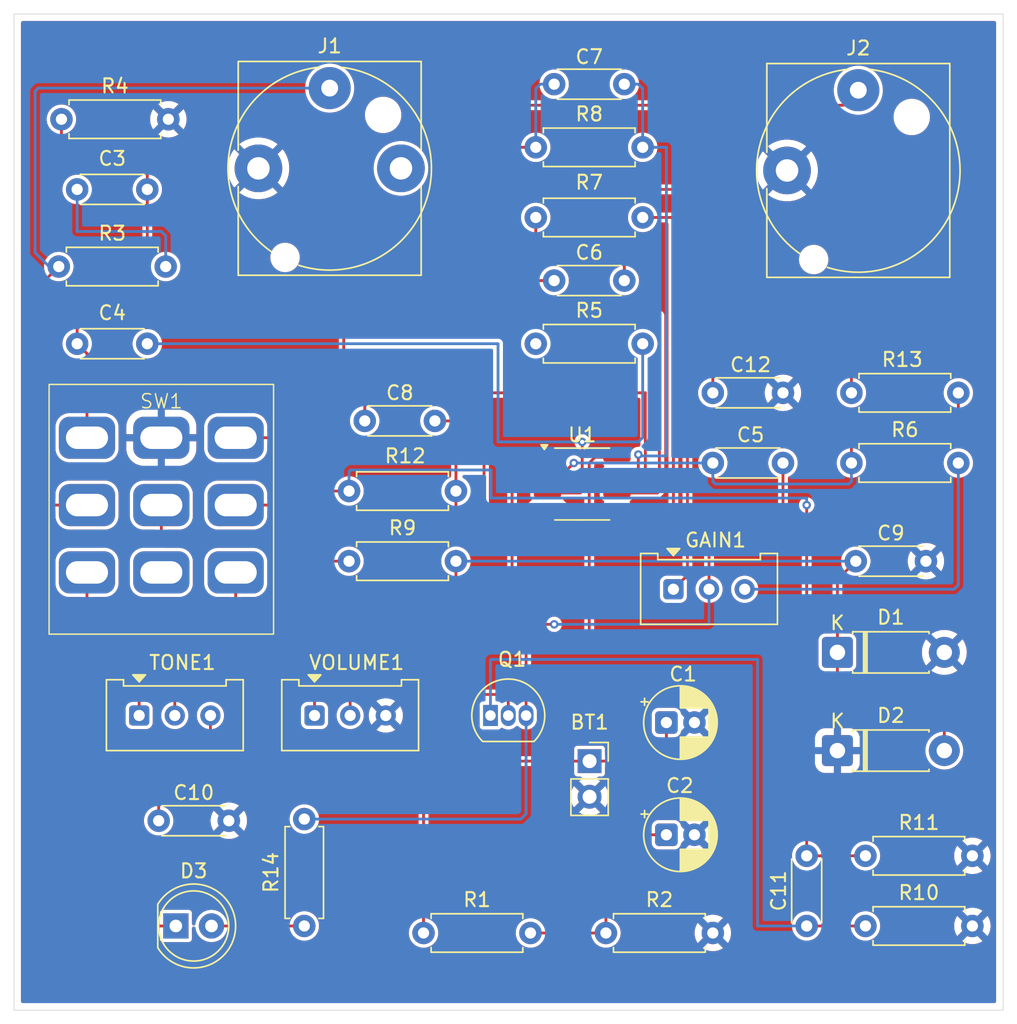
<source format=kicad_pcb>
(kicad_pcb (version 20241229) (generator "pcbnew") (generator_version "9.0")
  (layers (0 "F.Cu" signal) (2 "B.Cu" signal) (13 "F.Paste" user) (15 "B.Paste" user) (5 "F.SilkS" user "F.Silkscreen") (7 "B.SilkS" user "B.Silkscreen") (1 "F.Mask" user) (3 "B.Mask" user) (25 "Edge.Cuts" user))
  (net 0 "")
  (net 1 "Net-(BT1-+)")
  (net 2 "GND")
  (net 3 "Net-(C2-Pad1)")
  (net 4 "Net-(SW1A-A)")
  (net 5 "Net-(C3-Pad1)")
  (net 6 "Net-(U1A-+)")
  (net 7 "Net-(U1A--)")
  (net 8 "Net-(C5-Pad2)")
  (net 9 "Net-(C6-Pad2)")
  (net 10 "Net-(C6-Pad1)")
  (net 11 "Net-(C7-Pad2)")
  (net 12 "Net-(C8-Pad2)")
  (net 13 "Net-(D1-K)")
  (net 14 "Net-(C10-Pad1)")
  (net 15 "Net-(Q1-E)")
  (net 16 "Net-(SW1C-A)")
  (net 17 "Net-(C12-Pad1)")
  (net 18 "Net-(D3-K)")
  (net 19 "Net-(D3-A)")
  (net 20 "Net-(SW1A-B)")
  (net 21 "Net-(SW1C-B)")
  (net 22 "Net-(Q1-B)")
  (net 23 "+9V")
  (net 24 "Net-(R5-Pad1)")
  (net 25 "Net-(GAIN1-Pad3)")
  (net 26 "Net-(SW1A-C)")
  (net 28 "Net-(TONE1-Pad2)")
  (net 29 "-BATT")
  (net 30 "Net-(U1B--)")
  (net 31 "Net-(U1B-+)")
  (footprint "Resistor_THT:R_Axial_DIN0207_L6.3mm_D2.5mm_P7.62mm_Horizontal" (layer "F.Cu") (at 133.38 97)
    (property "Reference" "R9" (at 3.81 -2.37 0) (layer "F.SilkS"))
    (property "Value" "1K")
    (pad "1" thru_hole circle (at 0 0) (size 1.6 1.6) (drill 0.8) (layers "*.Cu" "*.Mask") (net 12 "Net-(C8-Pad2)"))
    (pad "2" thru_hole circle (at 7.62 0) (size 1.6 1.6) (drill 0.8) (layers "*.Cu" "*.Mask") (net 13 "Net-(D1-K)"))
  )
  (footprint "Resistor_THT:R_Axial_DIN0207_L6.3mm_D2.5mm_P7.62mm_Horizontal" (layer "F.Cu") (at 146.69 72.5)
    (property "Reference" "R7" (at 3.81 -2.5 0) (layer "F.SilkS"))
    (property "Value" "10K")
    (pad "1" thru_hole circle (at 0 0) (size 1.6 1.6) (drill 0.8) (layers "*.Cu" "*.Mask") (net 9 "Net-(C6-Pad2)"))
    (pad "2" thru_hole circle (at 7.62 0) (size 1.6 1.6) (drill 0.8) (layers "*.Cu" "*.Mask") (net 31 "Net-(U1B-+)"))
  )
  (footprint "Resistor_THT:R_Axial_DIN0207_L6.3mm_D2.5mm_P7.62mm_Horizontal" (layer "F.Cu") (at 112.69 76)
    (property "Reference" "R3" (at 3.81 -2.37 0) (layer "F.SilkS"))
    (property "Value" "10K")
    (pad "1" thru_hole circle (at 0 0) (size 1.6 1.6) (drill 0.8) (layers "*.Cu" "*.Mask") (net 20 "Net-(SW1A-B)"))
    (pad "2" thru_hole circle (at 7.62 0) (size 1.6 1.6) (drill 0.8) (layers "*.Cu" "*.Mask") (net 5 "Net-(C3-Pad1)"))
  )
  (footprint "Capacitor_THT:C_Disc_D4.3mm_W1.9mm_P5.00mm" (layer "F.Cu") (at 114 70.5)
    (property "Reference" "C3" (at 2.5 -2.2 0) (layer "F.SilkS"))
    (property "Value" "100 pF")
    (pad "1" thru_hole circle (at 0 0) (size 1.6 1.6) (drill 0.8) (layers "*.Cu" "*.Mask") (net 5 "Net-(C3-Pad1)"))
    (pad "2" thru_hole circle (at 5 0) (size 1.6 1.6) (drill 0.8) (layers "*.Cu" "*.Mask") (net 4 "Net-(SW1A-A)"))
  )
  (footprint "LED_THT:LED_D5.0mm" (layer "F.Cu") (at 121.035 123)
    (property "Reference" "D3" (at 1.27 -3.92 0) (layer "F.SilkS"))
    (property "Value" "LED")
    (pad "1" thru_hole rect (at 0 0) (size 1.8 1.8) (drill 0.9) (layers "*.Cu" "*.Mask") (net 18 "Net-(D3-K)"))
    (pad "2" thru_hole circle (at 2.54 0) (size 1.8 1.8) (drill 0.9) (layers "*.Cu" "*.Mask") (net 19 "Net-(D3-A)"))
  )
  (footprint "Capacitor_THT:CP_Radial_D5.0mm_P2.00mm" (layer "F.Cu") (at 156 108.5)
    (property "Reference" "C1" (at 1.19 -3.45 0) (layer "F.SilkS"))
    (property "Value" "47 μf")
    (pad "1" thru_hole roundrect (at 0 0) (size 1.6 1.6) (drill 0.8) (layers "*.Cu" "*.Mask") (roundrect_rratio 0.15625) (net 1 "Net-(BT1-+)"))
    (pad "2" thru_hole circle (at 2 0) (size 1.6 1.6) (drill 0.8) (layers "*.Cu" "*.Mask") (net 2 "GND"))
  )
  (footprint "Capacitor_THT:C_Disc_D4.3mm_W1.9mm_P5.00mm" (layer "F.Cu") (at 119.81 115.5)
    (property "Reference" "C10" (at 2.5 -2 0) (layer "F.SilkS"))
    (property "Value" "22 nF")
    (pad "1" thru_hole circle (at 0 0) (size 1.6 1.6) (drill 0.8) (layers "*.Cu" "*.Mask") (net 14 "Net-(C10-Pad1)"))
    (pad "2" thru_hole circle (at 5 0) (size 1.6 1.6) (drill 0.8) (layers "*.Cu" "*.Mask") (net 2 "GND"))
  )
  (footprint "Capacitor_THT:C_Disc_D4.3mm_W1.9mm_P5.00mm" (layer "F.Cu") (at 166 123 90)
    (property "Reference" "C11" (at 2.5 -2 90) (layer "F.SilkS"))
    (property "Value" "1 μf")
    (pad "1" thru_hole circle (at 0 0 90) (size 1.6 1.6) (drill 0.8) (layers "*.Cu" "*.Mask") (net 15 "Net-(Q1-E)"))
    (pad "2" thru_hole circle (at 5 0 90) (size 1.6 1.6) (drill 0.8) (layers "*.Cu" "*.Mask") (net 16 "Net-(SW1C-A)"))
  )
  (footprint "Resistor_THT:R_Axial_DIN0207_L6.3mm_D2.5mm_P7.62mm_Horizontal" (layer "F.Cu") (at 130.19 123 90)
    (property "Reference" "R14" (at 3.81 -2.37 90) (layer "F.SilkS"))
    (property "Value" "470")
    (pad "1" thru_hole circle (at 0 0 90) (size 1.6 1.6) (drill 0.8) (layers "*.Cu" "*.Mask") (net 19 "Net-(D3-A)"))
    (pad "2" thru_hole circle (at 7.62 0 90) (size 1.6 1.6) (drill 0.8) (layers "*.Cu" "*.Mask") (net 23 "+9V"))
  )
  (footprint "Connector_Audio:Jack_6.35mm_Neutrik_NJ2FD-V_Vertical" (layer "F.Cu") (at 169.68 63.43)
    (property "Reference" "J2" (at 0 -3 0) (layer "F.SilkS"))
    (property "Value" "Output Jack (Mono)")
    (pad "" np_thru_hole circle (at -3.18 12.07 180) (size 1.6 1.6) (drill 1.6) (layers "*.Cu" "*.Mask"))
    (pad "" np_thru_hole circle (at 3.81 1.91 180) (size 2.1 2.1) (drill 2.1) (layers "*.Cu" "*.Mask"))
    (pad "S" thru_hole circle (at -5.08 5.72 180) (size 3.4 3.4) (drill 1.6) (layers "*.Cu" "*.Mask") (net 2 "GND"))
    (pad "T" thru_hole circle (at 0 0 180) (size 3 3) (drill 1.2) (layers "*.Cu" "*.Mask") (net 21 "Net-(SW1C-B)"))
  )
  (footprint "Resistor_THT:R_Axial_DIN0207_L6.3mm_D2.5mm_P7.62mm_Horizontal" (layer "F.Cu") (at 133.38 92)
    (property "Reference" "R12" (at 4 -2.5 0) (layer "F.SilkS"))
    (property "Value" "220")
    (pad "1" thru_hole circle (at 0 0) (size 1.6 1.6) (drill 0.8) (layers "*.Cu" "*.Mask") (net 16 "Net-(SW1C-A)"))
    (pad "2" thru_hole circle (at 7.62 0) (size 1.6 1.6) (drill 0.8) (layers "*.Cu" "*.Mask") (net 21 "Net-(SW1C-B)"))
  )
  (footprint "Resistor_THT:R_Axial_DIN0207_L6.3mm_D2.5mm_P7.62mm_Horizontal" (layer "F.Cu") (at 169.19 90)
    (property "Reference" "R6" (at 3.81 -2.37 0) (layer "F.SilkS"))
    (property "Value" "2.2K")
    (pad "1" thru_hole circle (at 0 0) (size 1.6 1.6) (drill 0.8) (layers "*.Cu" "*.Mask") (net 7 "Net-(U1A--)"))
    (pad "2" thru_hole circle (at 7.62 0) (size 1.6 1.6) (drill 0.8) (layers "*.Cu" "*.Mask") (net 25 "Net-(GAIN1-Pad3)"))
  )
  (footprint "Potentiometer_THT:Potentiometer_Bourns_3386W_Horizontal" (layer "F.Cu") (at 118.42 108)
    (property "Reference" "TONE1" (at 3.08 -3.77 0) (layer "F.SilkS"))
    (property "Value" "500K")
    (pad "1" thru_hole roundrect (at 0 0 90) (size 1.44 1.44) (drill 0.8) (layers "*.Cu" "*.Mask") (roundrect_rratio 0.1736111111) (net 13 "Net-(D1-K)"))
    (pad "2" thru_hole circle (at 2.54 0 90) (size 1.44 1.44) (drill 0.8) (layers "*.Cu" "*.Mask") (net 28 "Net-(TONE1-Pad2)"))
    (pad "3" thru_hole circle (at 5.08 0 90) (size 1.44 1.44) (drill 0.8) (layers "*.Cu" "*.Mask") (net 14 "Net-(C10-Pad1)"))
  )
  (footprint "Resistor_THT:R_Axial_DIN0207_L6.3mm_D2.5mm_P7.62mm_Horizontal" (layer "F.Cu") (at 151.69 123.5)
    (property "Reference" "R2" (at 3.81 -2.37 0) (layer "F.SilkS"))
    (property "Value" "10k")
    (pad "1" thru_hole circle (at 0 0) (size 1.6 1.6) (drill 0.8) (layers "*.Cu" "*.Mask") (net 3 "Net-(C2-Pad1)"))
    (pad "2" thru_hole circle (at 7.62 0) (size 1.6 1.6) (drill 0.8) (layers "*.Cu" "*.Mask") (net 2 "GND"))
  )
  (footprint "Capacitor_THT:CP_Radial_D5.0mm_P2.00mm" (layer "F.Cu") (at 156 116.5)
    (property "Reference" "C2" (at 0.955112 -3.5 0) (layer "F.SilkS"))
    (property "Value" "47 μf")
    (pad "1" thru_hole roundrect (at 0 0) (size 1.6 1.6) (drill 0.8) (layers "*.Cu" "*.Mask") (roundrect_rratio 0.15625) (net 3 "Net-(C2-Pad1)"))
    (pad "2" thru_hole circle (at 2 0) (size 1.6 1.6) (drill 0.8) (layers "*.Cu" "*.Mask") (net 2 "GND"))
  )
  (footprint "Resistor_THT:R_Axial_DIN0207_L6.3mm_D2.5mm_P7.62mm_Horizontal" (layer "F.Cu") (at 146.69 67.5)
    (property "Reference" "R8" (at 3.81 -2.37 0) (layer "F.SilkS"))
    (property "Value" "0.68 μF")
    (pad "1" thru_hole circle (at 0 0) (size 1.6 1.6) (drill 0.8) (layers "*.Cu" "*.Mask") (net 30 "Net-(U1B--)"))
    (pad "2" thru_hole circle (at 7.62 0) (size 1.6 1.6) (drill 0.8) (layers "*.Cu" "*.Mask") (net 11 "Net-(C7-Pad2)"))
  )
  (footprint "Resistor_THT:R_Axial_DIN0207_L6.3mm_D2.5mm_P7.62mm_Horizontal" (layer "F.Cu") (at 138.69 123.5)
    (property "Reference" "R1" (at 3.81 -2.37 0) (layer "F.SilkS"))
    (property "Value" "10k")
    (pad "1" thru_hole circle (at 0 0) (size 1.6 1.6) (drill 0.8) (layers "*.Cu" "*.Mask") (net 1 "Net-(BT1-+)"))
    (pad "2" thru_hole circle (at 7.62 0) (size 1.6 1.6) (drill 0.8) (layers "*.Cu" "*.Mask") (net 3 "Net-(C2-Pad1)"))
  )
  (footprint "Capacitor_THT:C_Disc_D4.3mm_W1.9mm_P5.00mm" (layer "F.Cu") (at 159.31 85)
    (property "Reference" "C12" (at 2.69 -2 0) (layer "F.SilkS"))
    (property "Value" "47 nF")
    (pad "1" thru_hole circle (at 0 0) (size 1.6 1.6) (drill 0.8) (layers "*.Cu" "*.Mask") (net 17 "Net-(C12-Pad1)"))
    (pad "2" thru_hole circle (at 5 0) (size 1.6 1.6) (drill 0.8) (layers "*.Cu" "*.Mask") (net 2 "GND"))
  )
  (footprint "Diode_THT:D_DO-41_SOD81_P7.62mm_Horizontal" (layer "F.Cu") (at 168.19 103.5)
    (property "Reference" "D1" (at 3.81 -2.5 0) (layer "F.SilkS"))
    (property "Value" "1N4148")
    (fp_text user "K" (at 0 -2.1 0) (layer "F.SilkS"))
    (pad "1" thru_hole roundrect (at 0 0) (size 2.2 2.2) (drill 1.1) (layers "*.Cu" "*.Mask") (roundrect_rratio 0.113636) (net 13 "Net-(D1-K)"))
    (pad "2" thru_hole circle (at 7.62 0) (size 2.2 2.2) (drill 1.1) (layers "*.Cu" "*.Mask") (net 2 "GND"))
  )
  (footprint "Resistor_THT:R_Axial_DIN0207_L6.3mm_D2.5mm_P7.62mm_Horizontal" (layer "F.Cu") (at 170.19 118)
    (property "Reference" "R11" (at 3.81 -2.37 0) (layer "F.SilkS"))
    (property "Value" "10K")
    (pad "1" thru_hole circle (at 0 0) (size 1.6 1.6) (drill 0.8) (layers "*.Cu" "*.Mask") (net 16 "Net-(SW1C-A)"))
    (pad "2" thru_hole circle (at 7.62 0) (size 1.6 1.6) (drill 0.8) (layers "*.Cu" "*.Mask") (net 2 "GND"))
  )
  (footprint "Resistor_THT:R_Axial_DIN0207_L6.3mm_D2.5mm_P7.62mm_Horizontal" (layer "F.Cu") (at 169.19 85)
    (property "Reference" "R13" (at 3.62 -2.37 0) (layer "F.SilkS"))
    (property "Value" "4.7K")
    (pad "1" thru_hole circle (at 0 0) (size 1.6 1.6) (drill 0.8) (layers "*.Cu" "*.Mask") (net 17 "Net-(C12-Pad1)"))
    (pad "2" thru_hole circle (at 7.62 0) (size 1.6 1.6) (drill 0.8) (layers "*.Cu" "*.Mask") (net 7 "Net-(U1A--)"))
  )
  (footprint "Resistor_THT:R_Axial_DIN0207_L6.3mm_D2.5mm_P7.62mm_Horizontal" (layer "F.Cu") (at 170.19 123)
    (property "Reference" "R10" (at 3.81 -2.37 0) (layer "F.SilkS"))
    (property "Value" "10K")
    (pad "1" thru_hole circle (at 0 0) (size 1.6 1.6) (drill 0.8) (layers "*.Cu" "*.Mask") (net 15 "Net-(Q1-E)"))
    (pad "2" thru_hole circle (at 7.62 0) (size 1.6 1.6) (drill 0.8) (layers "*.Cu" "*.Mask") (net 2 "GND"))
  )
  (footprint "Capacitor_THT:C_Disc_D4.3mm_W1.9mm_P5.00mm" (layer "F.Cu") (at 134.5 87)
    (property "Reference" "C8" (at 2.5 -2 0) (layer "F.SilkS"))
    (property "Value" "1 μF")
    (pad "1" thru_hole circle (at 0 0) (size 1.6 1.6) (drill 0.8) (layers "*.Cu" "*.Mask") (net 11 "Net-(C7-Pad2)"))
    (pad "2" thru_hole circle (at 5 0) (size 1.6 1.6) (drill 0.8) (layers "*.Cu" "*.Mask") (net 12 "Net-(C8-Pad2)"))
  )
  (footprint "Capacitor_THT:C_Disc_D4.3mm_W1.9mm_P5.00mm" (layer "F.Cu") (at 148 77)
    (property "Reference" "C6" (at 2.5 -2 0) (layer "F.SilkS"))
    (property "Value" "0.68 μF")
    (pad "1" thru_hole circle (at 0 0) (size 1.6 1.6) (drill 0.8) (layers "*.Cu" "*.Mask") (net 10 "Net-(C6-Pad1)"))
    (pad "2" thru_hole circle (at 5 0) (size 1.6 1.6) (drill 0.8) (layers "*.Cu" "*.Mask") (net 9 "Net-(C6-Pad2)"))
  )
  (footprint "Package_TO_SOT_THT:TO-92_Inline" (layer "F.Cu") (at 143.46 108)
    (property "Reference" "Q1" (at 1.54 -4 0) (layer "F.SilkS"))
    (property "Value" "2N3904" (hide yes))
    (pad "1" thru_hole rect (at 0 0) (size 1.05 1.5) (drill 0.75) (layers "*.Cu" "*.Mask") (net 15 "Net-(Q1-E)"))
    (pad "2" thru_hole oval (at 1.27 0) (size 1.05 1.5) (drill 0.75) (layers "*.Cu" "*.Mask") (net 22 "Net-(Q1-B)"))
    (pad "3" thru_hole oval (at 2.54 0) (size 1.05 1.5) (drill 0.75) (layers "*.Cu" "*.Mask") (net 23 "+9V"))
  )
  (footprint "Diode_THT:D_DO-41_SOD81_P7.62mm_Horizontal" (layer "F.Cu") (at 168.19 110.5)
    (property "Reference" "D2" (at 3.81 -2.5 0) (layer "F.SilkS"))
    (property "Value" "1N4148")
    (fp_text user "K" (at 0 -2.1 0) (layer "F.SilkS"))
    (pad "1" thru_hole roundrect (at 0 0) (size 2.2 2.2) (drill 1.1) (layers "*.Cu" "*.Mask") (roundrect_rratio 0.113636) (net 2 "GND"))
    (pad "2" thru_hole circle (at 7.62 0) (size 2.2 2.2) (drill 1.1) (layers "*.Cu" "*.Mask") (net 13 "Net-(D1-K)"))
  )
  (footprint "Resistor_THT:R_Axial_DIN0207_L6.3mm_D2.5mm_P7.62mm_Horizontal" (layer "F.Cu") (at 146.69 81.5)
    (property "Reference" "R5" (at 3.81 -2.37 0) (layer "F.SilkS"))
    (property "Value" "1M")
    (pad "1" thru_hole circle (at 0 0) (size 1.6 1.6) (drill 0.8) (layers "*.Cu" "*.Mask") (net 24 "Net-(R5-Pad1)"))
    (pad "2" thru_hole circle (at 7.62 0) (size 1.6 1.6) (drill 0.8) (layers "*.Cu" "*.Mask") (net 6 "Net-(U1A-+)"))
  )
  (footprint "Capacitor_THT:C_Disc_D4.3mm_W1.9mm_P5.00mm" (layer "F.Cu") (at 114 81.5)
    (property "Reference" "C4" (at 2.5 -2.2 0) (layer "F.SilkS"))
    (property "Value" "22 nf")
    (pad "1" thru_hole circle (at 0 0) (size 1.6 1.6) (drill 0.8) (layers "*.Cu" "*.Mask") (net 4 "Net-(SW1A-A)"))
    (pad "2" thru_hole circle (at 5 0) (size 1.6 1.6) (drill 0.8) (layers "*.Cu" "*.Mask") (net 6 "Net-(U1A-+)"))
  )
  (footprint "Potentiometer_THT:Potentiometer_Bourns_3386W_Horizontal" (layer "F.Cu") (at 130.92 108)
    (property "Reference" "VOLUME1" (at 3 -3.77 0) (layer "F.SilkS"))
    (property "Value" "500K")
    (pad "1" thru_hole roundrect (at 0 0 90) (size 1.44 1.44) (drill 0.8) (layers "*.Cu" "*.Mask") (roundrect_rratio 0.1736111111) (net 28 "Net-(TONE1-Pad2)"))
    (pad "2" thru_hole circle (at 2.54 0 90) (size 1.44 1.44) (drill 0.8) (layers "*.Cu" "*.Mask") (net 22 "Net-(Q1-B)"))
    (pad "3" thru_hole circle (at 5.08 0 90) (size 1.44 1.44) (drill 0.8) (layers "*.Cu" "*.Mask") (net 2 "GND"))
  )
  (footprint "Resistor_THT:R_Axial_DIN0207_L6.3mm_D2.5mm_P7.62mm_Horizontal" (layer "F.Cu") (at 112.88 65.5)
    (property "Reference" "R4" (at 3.81 -2.37 0) (layer "F.SilkS"))
    (property "Value" "1M")
    (pad "1" thru_hole circle (at 0 0) (size 1.6 1.6) (drill 0.8) (layers "*.Cu" "*.Mask") (net 4 "Net-(SW1A-A)"))
    (pad "2" thru_hole circle (at 7.62 0) (size 1.6 1.6) (drill 0.8) (layers "*.Cu" "*.Mask") (net 2 "GND"))
  )
  (footprint "Capacitor_THT:C_Disc_D4.3mm_W1.9mm_P5.00mm" (layer "F.Cu") (at 169.5 97)
    (property "Reference" "C9" (at 2.5 -2 0) (layer "F.SilkS"))
    (property "Value" "22 nF")
    (pad "1" thru_hole circle (at 0 0) (size 1.6 1.6) (drill 0.8) (layers "*.Cu" "*.Mask") (net 13 "Net-(D1-K)"))
    (pad "2" thru_hole circle (at 5 0) (size 1.6 1.6) (drill 0.8) (layers "*.Cu" "*.Mask") (net 2 "GND"))
  )
  (footprint "Potentiometer_THT:Potentiometer_Bourns_3386W_Horizontal" (layer "F.Cu") (at 156.5 99)
    (property "Reference" "GAIN1" (at 3 -3.5 0) (layer "F.SilkS"))
    (property "Value" "500K")
    (pad "1" thru_hole roundrect (at 0 0 90) (size 1.44 1.44) (drill 0.8) (layers "*.Cu" "*.Mask") (roundrect_rratio 0.1736111111) (net 10 "Net-(C6-Pad1)"))
    (pad "2" thru_hole circle (at 2.54 0 90) (size 1.44 1.44) (drill 0.8) (layers "*.Cu" "*.Mask") (net 8 "Net-(C5-Pad2)"))
    (pad "3" thru_hole circle (at 5.08 0 90) (size 1.44 1.44) (drill 0.8) (layers "*.Cu" "*.Mask") (net 25 "Net-(GAIN1-Pad3)"))
  )
  (footprint "Connector_Audio:Jack_6.35mm_Neutrik_NJ3FD-V_Vertical" (layer "F.Cu") (at 132 63.28)
    (property "Reference" "J1" (at 0 -3 0) (layer "F.SilkS"))
    (property "Value" "Input Jack (Stereo)")
    (pad "" np_thru_hole circle (at -3.18 12.07 180) (size 1.6 1.6) (drill 1.6) (layers "*.Cu" "*.Mask"))
    (pad "" np_thru_hole circle (at 3.81 1.91 180) (size 2.1 2.1) (drill 2.1) (layers "*.Cu" "*.Mask"))
    (pad "R" thru_hole circle (at 5.08 5.72 180) (size 3.4 3.4) (drill 1.6) (layers "*.Cu" "*.Mask") (net 29 "-BATT"))
    (pad "S" thru_hole circle (at -5.08 5.72 180) (size 3.4 3.4) (drill 1.6) (layers "*.Cu" "*.Mask") (net 2 "GND"))
    (pad "T" thru_hole circle (at 0 0 180) (size 3 3) (drill 1.2) (layers "*.Cu" "*.Mask") (net 20 "Net-(SW1A-B)"))
  )
  (footprint "Capacitor_THT:C_Disc_D4.3mm_W1.9mm_P5.00mm" (layer "F.Cu") (at 159.31 90)
    (property "Reference" "C5" (at 2.69 -2 0) (layer "F.SilkS"))
    (property "Value" "50 pF")
    (pad "1" thru_hole circle (at 0 0) (size 1.6 1.6) (drill 0.8) (layers "*.Cu" "*.Mask") (net 7 "Net-(U1A--)"))
    (pad "2" thru_hole circle (at 5 0) (size 1.6 1.6) (drill 0.8) (layers "*.Cu" "*.Mask") (net 8 "Net-(C5-Pad2)"))
  )
  (footprint "Capacitor_THT:C_Disc_D4.3mm_W1.9mm_P5.00mm" (layer "F.Cu") (at 148 63)
    (property "Reference" "C7" (at 2.5 -1.95 0) (layer "F.SilkS"))
    (property "Value" "100 pF")
    (pad "1" thru_hole circle (at 0 0) (size 1.6 1.6) (drill 0.8) (layers "*.Cu" "*.Mask") (net 30 "Net-(U1B--)"))
    (pad "2" thru_hole circle (at 5 0) (size 1.6 1.6) (drill 0.8) (layers "*.Cu" "*.Mask") (net 11 "Net-(C7-Pad2)"))
  )
  (footprint "Package_SO:SOIC-8_3.9x4.9mm_P1.27mm" (layer "F.Cu") (at 150 91.5)
    (property "Reference" "U1" (at 0 -3.5 0) (layer "F.SilkS"))
    (property "Value" "RC4558")
    (pad "1" smd roundrect (at -2.475 -1.905) (size 1.95 0.6) (layers "F.Cu" "F.Mask" "F.Paste") (net 8 "Net-(C5-Pad2)"))
    (pad "2" smd roundrect (at -2.475 -0.635) (size 1.95 0.6) (layers "F.Cu" "F.Mask" "F.Paste") (net 7 "Net-(U1A--)"))
    (pad "3" smd roundrect (at -2.475 0.635) (size 1.95 0.6) (layers "F.Cu" "F.Mask" "F.Paste") (net 6 "Net-(U1A-+)"))
    (pad "4" smd roundrect (at -2.475 1.905) (size 1.95 0.6) (layers "F.Cu" "F.Mask" "F.Paste") (net 2 "GND"))
    (pad "5" smd roundrect (at 2.475 1.905) (size 1.95 0.6) (layers "F.Cu" "F.Mask" "F.Paste") (net 31 "Net-(U1B-+)"))
    (pad "6" smd roundrect (at 2.475 0.635) (size 1.95 0.6) (layers "F.Cu" "F.Mask" "F.Paste") (net 30 "Net-(U1B--)"))
    (pad "7" smd roundrect (at 2.475 -0.635) (size 1.95 0.6) (layers "F.Cu" "F.Mask" "F.Paste") (net 11 "Net-(C7-Pad2)"))
    (pad "8" smd roundrect (at 2.475 -1.905) (size 1.95 0.6) (layers "F.Cu" "F.Mask" "F.Paste") (net 23 "+9V"))
  )
  (footprint "Connector_PinSocket_2.54mm:PinSocket_1x02_P2.54mm_Vertical" (layer "F.Cu") (at 150.525 111.25)
    (property "Reference" "BT1" (at 0 -2.77 0) (layer "F.SilkS"))
    (property "Value" "9 V" (hide yes))
    (pad "1" thru_hole rect (at 0 0) (size 1.7 1.7) (drill 1) (layers "*.Cu" "*.Mask") (net 1 "Net-(BT1-+)"))
    (pad "2" thru_hole circle (at 0 2.54) (size 1.7 1.7) (drill 1) (layers "*.Cu" "*.Mask") (net 2 "GND"))
  )
  (footprint "Button_Switch_THT:3PDT_Footswitch" (layer "F.Cu") (at 120 93)
    (property "Reference" "SW1" (at 0 -7.4 0) (layer "F.SilkS") (effects (font (thickness 0.1))))
    (property "Value" "3PDT" (hide yes))
    (pad "1" thru_hole roundrect (at -5.3 -4.8) (size 4 3) (drill oval 3 1.6) (layers "*.Cu" "*.Mask") (net 4 "Net-(SW1A-A)"))
    (pad "2" thru_hole roundrect (at -5.3 0) (size 4 3) (drill oval 3 1.6) (layers "*.Cu" "*.Mask") (net 20 "Net-(SW1A-B)"))
    (pad "3" thru_hole roundrect (at -5.3 4.8) (size 4 3) (drill oval 3 1.6) (layers "*.Cu" "*.Mask") (net 26 "Net-(SW1A-C)"))
    (pad "4" thru_hole roundrect (at 0 -4.8) (size 4 3) (drill oval 3 1.6) (layers "*.Cu" "*.Mask") (net 2 "GND"))
    (pad "5" thru_hole roundrect (at 0 0) (size 4 3) (drill oval 3 1.6) (layers "*.Cu" "*.Mask") (net 18 "Net-(D3-K)"))
    (pad "6" thru_hole roundrect (at 0 4.8) (size 4 3) (drill oval 3 1.6) (layers "*.Cu" "*.Mask"))
    (pad "7" thru_hole roundrect (at 5.3 -4.8) (size 4 3) (drill oval 3 1.6) (layers "*.Cu" "*.Mask") (net 16 "Net-(SW1C-A)"))
    (pad "8" thru_hole roundrect (at 5.3 0) (size 4 3) (drill oval 3 1.6) (layers "*.Cu" "*.Mask") (net 21 "Net-(SW1C-B)"))
    (pad "9" thru_hole roundrect (at 5.3 4.8) (size 4 3) (drill oval 3 1.6) (layers "*.Cu" "*.Mask") (net 26 "Net-(SW1A-C)"))
  )
  (gr_line (start 109.5 129) (end 180 129) (stroke (width 0.05)) (layer "Edge.Cuts"))
  (gr_line (start 109.5 58) (end 180 58) (stroke (width 0.05)) (layer "Edge.Cuts"))
  (gr_line (start 180 129) (end 180 58) (stroke (width 0.05)) (layer "Edge.Cuts"))
  (gr_line (start 109.5 58) (end 109.5 129) (stroke (width 0.05)) (layer "Edge.Cuts"))
  (segment (start 139.75 111.25) (end 150.525 111.25) (width 0.2) (layer "F.Cu") (net 1))
  (segment (start 156 111) (end 156 108.5) (width 0.2) (layer "F.Cu") (net 1))
  (segment (start 150.525 111.25) (end 155.75 111.25) (width 0.2) (layer "F.Cu") (net 1))
  (segment (start 138.69 112.31) (end 139.75 111.25) (width 0.2) (layer "F.Cu") (net 1))
  (segment (start 155.75 111.25) (end 156 111) (width 0.2) (layer "F.Cu") (net 1))
  (segment (start 138.69 123.5) (end 138.69 112.31) (width 0.2) (layer "F.Cu") (net 1))
  (segment (start 146.31 123.5) (end 151.69 123.5) (width 0.2) (layer "F.Cu") (net 3))
  (segment (start 151.69 117.31) (end 151.69 123.5) (width 0.2) (layer "F.Cu") (net 3))
  (segment (start 156 116.5) (end 152.5 116.5) (width 0.2) (layer "F.Cu") (net 3))
  (segment (start 152.5 116.5) (end 151.69 117.31) (width 0.2) (layer "F.Cu") (net 3))
  (segment (start 114 79) (end 119 79) (width 0.2) (layer "F.Cu") (net 4))
  (segment (start 114 81.5) (end 114 79) (width 0.2) (layer "F.Cu") (net 4))
  (segment (start 113 68.5) (end 119 68.5) (width 0.2) (layer "F.Cu") (net 4))
  (segment (start 112.88 68.38) (end 113 68.5) (width 0.2) (layer "F.Cu") (net 4))
  (segment (start 112.88 65.5) (end 112.88 68.38) (width 0.2) (layer "F.Cu") (net 4))
  (segment (start 119 79) (end 119 70.5) (width 0.2) (layer "F.Cu") (net 4))
  (segment (start 119 68.5) (end 119 70.5) (width 0.2) (layer "F.Cu") (net 4))
  (segment (start 114.7 82.2) (end 114 81.5) (width 0.2) (layer "F.Cu") (net 4))
  (segment (start 114.7 88.2) (end 114.7 82.2) (width 0.2) (layer "F.Cu") (net 4))
  (segment (start 120.31 73.81) (end 120.31 76) (width 0.2) (layer "B.Cu") (net 5))
  (segment (start 114 73.5) (end 120 73.5) (width 0.2) (layer "B.Cu") (net 5))
  (segment (start 120 73.5) (end 120.31 73.81) (width 0.2) (layer "B.Cu") (net 5))
  (segment (start 114 70.5) (end 114 73.5) (width 0.2) (layer "B.Cu") (net 5))
  (segment (start 147.525 92.135) (end 149.865 92.135) (width 0.2) (layer "F.Cu") (net 6))
  (segment (start 150 92) (end 150 88.5) (width 0.2) (layer "F.Cu") (net 6))
  (segment (start 149.865 92.135) (end 150 92) (width 0.2) (layer "F.Cu") (net 6))
  (via (at 150 88.5) (size 0.6) (drill 0.3) (layers "F.Cu" "B.Cu") (net 6))
  (segment (start 154 88.5) (end 154.31 88.19) (width 0.2) (layer "B.Cu") (net 6))
  (segment (start 154.31 88.19) (end 154.31 81.5) (width 0.2) (layer "B.Cu") (net 6))
  (segment (start 150 88.5) (end 154 88.5) (width 0.2) (layer "B.Cu") (net 6))
  (segment (start 144 81.5) (end 144 88.5) (width 0.2) (layer "B.Cu") (net 6))
  (segment (start 144 88.5) (end 150 88.5) (width 0.2) (layer "B.Cu") (net 6))
  (segment (start 119 81.5) (end 144 81.5) (width 0.2) (layer "B.Cu") (net 6))
  (segment (start 169.19 87.81) (end 169.19 90) (width 0.2) (layer "F.Cu") (net 7))
  (segment (start 176.81 87.19) (end 176.5 87.5) (width 0.2) (layer "F.Cu") (net 7))
  (segment (start 148.535 90.865) (end 149.4 90) (width 0.2) (layer "F.Cu") (net 7))
  (segment (start 176.81 85) (end 176.81 87.19) (width 0.2) (layer "F.Cu") (net 7))
  (segment (start 176.5 87.5) (end 169.5 87.5) (width 0.2) (layer "F.Cu") (net 7))
  (segment (start 169.5 87.5) (end 169.19 87.81) (width 0.2) (layer "F.Cu") (net 7))
  (segment (start 147.525 90.865) (end 148.535 90.865) (width 0.2) (layer "F.Cu") (net 7))
  (via (at 149.4 90) (size 0.6) (drill 0.3) (layers "F.Cu" "B.Cu") (net 7))
  (segment (start 159.31 90) (end 149.4 90) (width 0.2) (layer "B.Cu") (net 7))
  (segment (start 169.19 90) (end 169.19 91.31) (width 0.2) (layer "B.Cu") (net 7))
  (segment (start 159.5 91.5) (end 159.31 91.31) (width 0.2) (layer "B.Cu") (net 7))
  (segment (start 159.31 91.31) (end 159.31 90) (width 0.2) (layer "B.Cu") (net 7))
  (segment (start 169.19 91.31) (end 169 91.5) (width 0.2) (layer "B.Cu") (net 7))
  (segment (start 169 91.5) (end 159.5 91.5) (width 0.2) (layer "B.Cu") (net 7))
  (segment (start 164 96) (end 159.5 96) (width 0.2) (layer "F.Cu") (net 8))
  (segment (start 164.31 95.69) (end 164 96) (width 0.2) (layer "F.Cu") (net 8))
  (segment (start 145.405 89.595) (end 145 90) (width 0.2) (layer "F.Cu") (net 8))
  (segment (start 159.5 96) (end 159.04 96.46) (width 0.2) (layer "F.Cu") (net 8))
  (segment (start 147.525 89.595) (end 145.405 89.595) (width 0.2) (layer "F.Cu") (net 8))
  (segment (start 164.31 90) (end 164.31 95.69) (width 0.2) (layer "F.Cu") (net 8))
  (segment (start 145 90) (end 145 101.5) (width 0.2) (layer "F.Cu") (net 8))
  (segment (start 148 101.5) (end 145 101.5) (width 0.2) (layer "F.Cu") (net 8))
  (segment (start 159.04 96.46) (end 159.04 99) (width 0.2) (layer "F.Cu") (net 8))
  (via (at 148 101.5) (size 0.6) (drill 0.3) (layers "F.Cu" "B.Cu") (net 8))
  (segment (start 157.5 101.5) (end 159 101.5) (width 0.2) (layer "B.Cu") (net 8))
  (segment (start 148 101.5) (end 157.5 101.5) (width 0.2) (layer "B.Cu") (net 8))
  (segment (start 159.04 101.46) (end 159 101.5) (width 0.2) (layer "B.Cu") (net 8))
  (segment (start 159.04 99) (end 159.04 101.46) (width 0.2) (layer "B.Cu") (net 8))
  (segment (start 153 75) (end 153 77) (width 0.2) (layer "F.Cu") (net 9))
  (segment (start 147 75) (end 153 75) (width 0.2) (layer "F.Cu") (net 9))
  (segment (start 146.69 74.69) (end 147 75) (width 0.2) (layer "F.Cu") (net 9))
  (segment (start 146.69 72.5) (end 146.69 74.69) (width 0.2) (layer "F.Cu") (net 9))
  (segment (start 145.5 70.5) (end 145.5 77) (width 0.2) (layer "F.Cu") (net 10))
  (segment (start 145.5 77) (end 148 77) (width 0.2) (layer "F.Cu") (net 10))
  (segment (start 157.5 70.5) (end 145.5 70.5) (width 0.2) (layer "F.Cu") (net 10))
  (segment (start 157.5 98) (end 156.5 99) (width 0.2) (layer "F.Cu") (net 10))
  (segment (start 157.5 70.5) (end 157.5 98) (width 0.2) (layer "F.Cu") (net 10))
  (segment (start 134.5 87) (end 134.5 85) (width 0.2) (layer "F.Cu") (net 11))
  (segment (start 154 91) (end 152.61 91) (width 0.2) (layer "F.Cu") (net 11))
  (segment (start 134.5 85) (end 154.5 85) (width 0.2) (layer "F.Cu") (net 11))
  (segment (start 152.61 91) (end 152.475 90.865) (width 0.2) (layer "F.Cu") (net 11))
  (segment (start 154 89.4) (end 154 91) (width 0.2) (layer "F.Cu") (net 11))
  (segment (start 154.5 85) (end 154.5 90.5) (width 0.2) (layer "F.Cu") (net 11))
  (segment (start 154.5 90.5) (end 154.5 91) (width 0.2) (layer "F.Cu") (net 11))
  (segment (start 154.5 91) (end 154 91) (width 0.2) (layer "F.Cu") (net 11))
  (via (at 154 89.4) (size 0.6) (drill 0.3) (layers "F.Cu" "B.Cu") (net 11))
  (segment (start 154.31 63.31) (end 154.31 67.5) (width 0.2) (layer "B.Cu") (net 11))
  (segment (start 154 63) (end 154.31 63.31) (width 0.2) (layer "B.Cu") (net 11))
  (segment (start 154 89.5) (end 154 89.4) (width 0.2) (layer "B.Cu") (net 11))
  (segment (start 153 63) (end 154 63) (width 0.2) (layer "B.Cu") (net 11))
  (segment (start 154.31 67.5) (end 156 67.5) (width 0.2) (layer "B.Cu") (net 11))
  (segment (start 156 89.5) (end 154 89.5) (width 0.2) (layer "B.Cu") (net 11))
  (segment (start 156 67.5) (end 156 89.5) (width 0.2) (layer "B.Cu") (net 11))
  (segment (start 143 95) (end 143 87) (width 0.2) (layer "F.Cu") (net 12))
  (segment (start 133.38 97) (end 131.5 97) (width 0.2) (layer "F.Cu") (net 12))
  (segment (start 131.5 97) (end 131.5 95) (width 0.2) (layer "F.Cu") (net 12))
  (segment (start 131.5 95) (end 143 95) (width 0.2) (layer "F.Cu") (net 12))
  (segment (start 143 87) (end 139.5 87) (width 0.2) (layer "F.Cu") (net 12))
  (segment (start 168.19 106.19) (end 168.19 103.5) (width 0.2) (layer "F.Cu") (net 13))
  (segment (start 118.5 103) (end 141 103) (width 0.2) (layer "F.Cu") (net 13))
  (segment (start 175.81 107.31) (end 175 106.5) (width 0.2) (layer "F.Cu") (net 13))
  (segment (start 118.42 103.08) (end 118.5 103) (width 0.2) (layer "F.Cu") (net 13))
  (segment (start 168.19 98.31) (end 169.5 97) (width 0.2) (layer "F.Cu") (net 13))
  (segment (start 168.5 106.5) (end 168.19 106.19) (width 0.2) (layer "F.Cu") (net 13))
  (segment (start 168.19 103.5) (end 168.19 98.31) (width 0.2) (layer "F.Cu") (net 13))
  (segment (start 118.42 108) (end 118.42 103.08) (width 0.2) (layer "F.Cu") (net 13))
  (segment (start 141 103) (end 141 97) (width 0.2) (layer "F.Cu") (net 13))
  (segment (start 175.81 110.5) (end 175.81 107.31) (width 0.2) (layer "F.Cu") (net 13))
  (segment (start 175 106.5) (end 168.5 106.5) (width 0.2) (layer "F.Cu") (net 13))
  (segment (start 141 97) (end 169.5 97) (width 0.2) (layer "B.Cu") (net 13))
  (segment (start 119.81 113.19) (end 120 113) (width 0.2) (layer "F.Cu") (net 14))
  (segment (start 119.81 115.5) (end 119.81 113.19) (width 0.2) (layer "F.Cu") (net 14))
  (segment (start 123.5 108) (end 123.5 113) (width 0.2) (layer "F.Cu") (net 14))
  (segment (start 120 113) (end 123.5 113) (width 0.2) (layer "F.Cu") (net 14))
  (segment (start 170.19 123) (end 166 123) (width 0.2) (layer "F.Cu") (net 15))
  (segment (start 162.5 123) (end 162.5 104) (width 0.2) (layer "B.Cu") (net 15))
  (segment (start 162.5 123) (end 166 123) (width 0.2) (layer "B.Cu") (net 15))
  (segment (start 143.5 104) (end 162.5 104) (width 0.2) (layer "B.Cu") (net 15))
  (segment (start 143.46 104.04) (end 143.5 104) (width 0.2) (layer "B.Cu") (net 15))
  (segment (start 143.46 108) (end 143.46 104.04) (width 0.2) (layer "B.Cu") (net 15))
  (segment (start 129.2 88.2) (end 125.3 88.2) (width 0.2) (layer "F.Cu") (net 16))
  (segment (start 129.5 88.5) (end 129.2 88.2) (width 0.2) (layer "F.Cu") (net 16))
  (segment (start 170.19 118) (end 166 118) (width 0.2) (layer "F.Cu") (net 16))
  (segment (start 129.5 92) (end 129.5 88.5) (width 0.2) (layer "F.Cu") (net 16))
  (segment (start 166 118) (end 166 93) (width 0.2) (layer "F.Cu") (net 16))
  (segment (start 133.38 92) (end 129.5 92) (width 0.2) (layer "F.Cu") (net 16))
  (via (at 166 93) (size 0.6) (drill 0.3) (layers "F.Cu" "B.Cu") (net 16))
  (segment (start 133.38 90.62) (end 133.38 92) (width 0.2) (layer "B.Cu") (net 16))
  (segment (start 143.5 92.5) (end 143.5 90.5) (width 0.2) (layer "B.Cu") (net 16))
  (segment (start 143.5 92.5) (end 166 92.5) (width 0.2) (layer "B.Cu") (net 16))
  (segment (start 143.5 90.5) (end 133.5 90.5) (width 0.2) (layer "B.Cu") (net 16))
  (segment (start 166 92.5) (end 166 93) (width 0.2) (layer "B.Cu") (net 16))
  (segment (start 133.5 90.5) (end 133.38 90.62) (width 0.2) (layer "B.Cu") (net 16))
  (segment (start 169 83) (end 159.5 83) (width 0.2) (layer "F.Cu") (net 17))
  (segment (start 159.31 83.19) (end 159.31 85) (width 0.2) (layer "F.Cu") (net 17))
  (segment (start 159.5 83) (end 159.31 83.19) (width 0.2) (layer "F.Cu") (net 17))
  (segment (start 169.19 85) (end 169.19 83.19) (width 0.2) (layer "F.Cu") (net 17))
  (segment (start 169.19 83.19) (end 169 83) (width 0.2) (layer "F.Cu") (net 17))
  (segment (start 120 95.5) (end 120 93) (width 0.2) (layer "F.Cu") (net 18))
  (segment (start 111.5 95.5) (end 120 95.5) (width 0.2) (layer "F.Cu") (net 18))
  (segment (start 111.5 123) (end 111.5 95.5) (width 0.2) (layer "F.Cu") (net 18))
  (segment (start 121.035 123) (end 111.5 123) (width 0.2) (layer "F.Cu") (net 18))
  (segment (start 130.19 123) (end 123.575 123) (width 0.2) (layer "F.Cu") (net 19))
  (segment (start 111.5 93) (end 111.5 77.19) (width 0.2) (layer "F.Cu") (net 20))
  (segment (start 111.5 77.19) (end 112.69 76) (width 0.2) (layer "F.Cu") (net 20))
  (segment (start 114.7 93) (end 111.5 93) (width 0.2) (layer "F.Cu") (net 20))
  (segment (start 132 63.28) (end 111.22 63.28) (width 0.2) (layer "B.Cu") (net 20))
  (segment (start 111.22 63.28) (end 111 63.5) (width 0.2) (layer "B.Cu") (net 20))
  (segment (start 111 63.5) (end 111 75) (width 0.2) (layer "B.Cu") (net 20))
  (segment (start 111 75) (end 112 76) (width 0.2) (layer "B.Cu") (net 20))
  (segment (start 112 76) (end 112.69 76) (width 0.2) (layer "B.Cu") (net 20))
  (segment (start 133 79.5) (end 144.5 79.5) (width 0.2) (layer "F.Cu") (net 21))
  (segment (start 144.5 64.5) (end 168.61 64.5) (width 0.2) (layer "F.Cu") (net 21))
  (segment (start 168.61 64.5) (end 169.68 63.43) (width 0.2) (layer "F.Cu") (net 21))
  (segment (start 141 94.5) (end 129.5 94.5) (width 0.2) (layer "F.Cu") (net 21))
  (segment (start 133 88.5) (end 133 79.5) (width 0.2) (layer "F.Cu") (net 21))
  (segment (start 144.5 79.5) (end 144.5 64.5) (width 0.2) (layer "F.Cu") (net 21))
  (segment (start 141 88.5) (end 133 88.5) (width 0.2) (layer "F.Cu") (net 21))
  (segment (start 129.5 94.5) (end 129.5 93) (width 0.2) (layer "F.Cu") (net 21))
  (segment (start 141 92) (end 141 88.5) (width 0.2) (layer "F.Cu") (net 21))
  (segment (start 141 92) (end 141 94.5) (width 0.2) (layer "F.Cu") (net 21))
  (segment (start 129.5 93) (end 125.3 93) (width 0.2) (layer "F.Cu") (net 21))
  (segment (start 133.46 106.54) (end 133.5 106.5) (width 0.2) (layer "F.Cu") (net 22))
  (segment (start 144.5 106.5) (end 144.73 106.73) (width 0.2) (layer "F.Cu") (net 22))
  (segment (start 133.46 108) (end 133.46 106.54) (width 0.2) (layer "F.Cu") (net 22))
  (segment (start 144.73 106.73) (end 144.73 108) (width 0.2) (layer "F.Cu") (net 22))
  (segment (start 133.5 106.5) (end 144.5 106.5) (width 0.2) (layer "F.Cu") (net 22))
  (segment (start 146 103) (end 150.5 103) (width 0.2) (layer "F.Cu") (net 23))
  (segment (start 150.905 89.595) (end 152.475 89.595) (width 0.2) (layer "F.Cu") (net 23))
  (segment (start 150.5 103) (end 150.5 90) (width 0.2) (layer "F.Cu") (net 23))
  (segment (start 150.5 90) (end 150.905 89.595) (width 0.2) (layer "F.Cu") (net 23))
  (segment (start 146 108) (end 146 103) (width 0.2) (layer "F.Cu") (net 23))
  (segment (start 146 108) (end 146 115) (width 0.2) (layer "B.Cu") (net 23))
  (segment (start 145.62 115.38) (end 130.19 115.38) (width 0.2) (layer "B.Cu") (net 23))
  (segment (start 146 115) (end 145.62 115.38) (width 0.2) (layer "B.Cu") (net 23))
  (segment (start 176.5 99) (end 176.81 98.69) (width 0.2) (layer "B.Cu") (net 25))
  (segment (start 161.58 99) (end 176.5 99) (width 0.2) (layer "B.Cu") (net 25))
  (segment (start 176.81 97.69) (end 176.81 90) (width 0.2) (layer "B.Cu") (net 25))
  (segment (start 176.81 98.69) (end 176.81 97.69) (width 0.2) (layer "B.Cu") (net 25))
  (segment (start 114.7 101.2) (end 114.8 101.3) (width 0.2) (layer "F.Cu") (net 26))
  (segment (start 114.7 97.8) (end 114.7 101.2) (width 0.2) (layer "F.Cu") (net 26))
  (segment (start 114.8 101.3) (end 125.3 101.3) (width 0.2) (layer "F.Cu") (net 26))
  (segment (start 125.3 101.3) (end 125.3 97.8) (width 0.2) (layer "F.Cu") (net 26))
  (segment (start 120.96 106.54) (end 121 106.5) (width 0.2) (layer "F.Cu") (net 28))
  (segment (start 130.92 106.58) (end 130.84 106.5) (width 0.2) (layer "F.Cu") (net 28))
  (segment (start 120.96 108) (end 120.96 106.54) (width 0.2) (layer "F.Cu") (net 28))
  (segment (start 130.84 106.5) (end 121 106.5) (width 0.2) (layer "F.Cu") (net 28))
  (segment (start 130.92 108) (end 130.92 106.58) (width 0.2) (layer "F.Cu") (net 28))
  (segment (start 144.901 67.599) (end 144.901 79.401) (width 0.2) (layer "F.Cu") (net 30))
  (segment (start 155.5 79.5) (end 155.5 92) (width 0.2) (layer "F.Cu") (net 30))
  (segment (start 155.365 92.135) (end 152.475 92.135) (width 0.2) (layer "F.Cu") (net 30))
  (segment (start 155.5 92) (end 155.365 92.135) (width 0.2) (layer "F.Cu") (net 30))
  (segment (start 146.5 67.69) (end 146.69 67.5) (width 0.2) (layer "F.Cu") (net 30))
  (segment (start 146.69 67.5) (end 145 67.5) (width 0.2) (layer "F.Cu") (net 30))
  (segment (start 145 67.5) (end 144.901 67.599) (width 0.2) (layer "F.Cu") (net 30))
  (segment (start 145 79.5) (end 155.5 79.5) (width 0.2) (layer "F.Cu") (net 30))
  (segment (start 144.901 79.401) (end 145 79.5) (width 0.2) (layer "F.Cu") (net 30))
  (segment (start 147 63) (end 146.69 63.31) (width 0.2) (layer "B.Cu") (net 30))
  (segment (start 146.69 63.31) (end 146.69 67.5) (width 0.2) (layer "B.Cu") (net 30))
  (segment (start 148 63) (end 147 63) (width 0.2) (layer "B.Cu") (net 30))
  (segment (start 156.095 93.405) (end 156.5 93) (width 0.2) (layer "F.Cu") (net 31))
  (segment (start 156.5 93) (end 156.5 72.5) (width 0.2) (layer "F.Cu") (net 31))
  (segment (start 152.475 93.405) (end 156.095 93.405) (width 0.2) (layer "F.Cu") (net 31))
  (segment (start 156.5 72.5) (end 154.31 72.5) (width 0.2) (layer "F.Cu") (net 31))
  (zone (net 2) (net_name "GND") (layers "F.Cu" "B.Cu") (priority 1) (connect_pads (clearance 0.25)) (min_thickness 0.25) (fill yes (thermal_gap 0.5) (thermal_bridge_width 0.5))
    (polygon (pts (xy 181 130) (xy 108.5 130) (xy 108.5 57) (xy 181 57)))
  )
)
</source>
